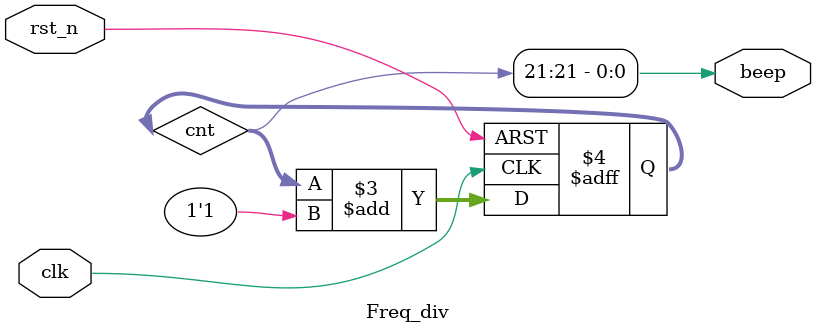
<source format=v>
module Freq_div(clk,rst_n,beep);

input clk;  //时钟信号，50MHz
input rst_n;    //复位信号，低电平有效
output beep;  //蜂鸣器，0--响，1--不响

reg[21:0] cnt;

always @(posedge clk or negedge rst_n)
	 if(!rst_n) cnt <= 22'd0;
    else cnt <= cnt+1'b1;

assign beep = cnt[21];

endmodule

</source>
